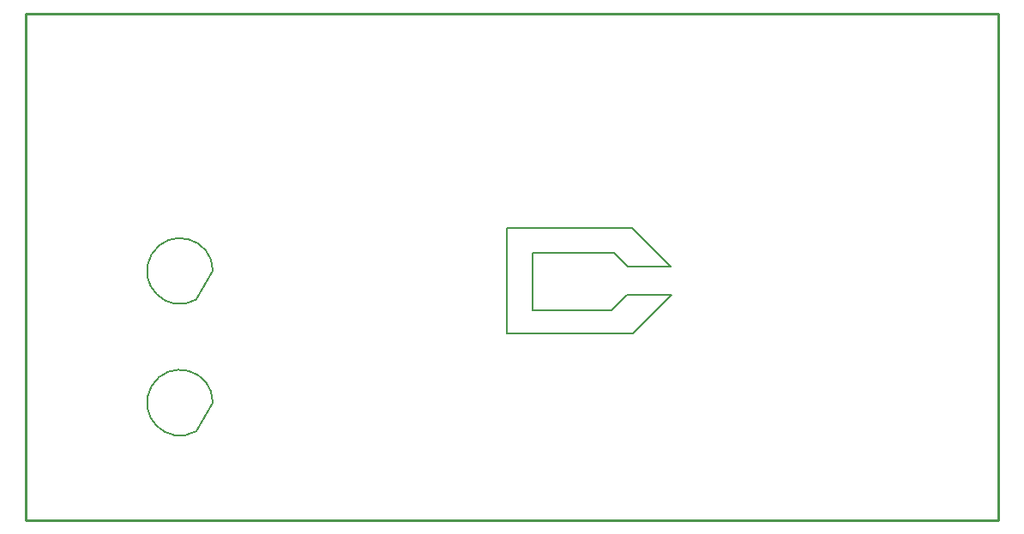
<source format=gko>
G04*
G04 #@! TF.GenerationSoftware,Altium Limited,Altium Designer,22.4.2 (48)*
G04*
G04 Layer_Color=16711935*
%FSLAX25Y25*%
%MOIN*%
G70*
G04*
G04 #@! TF.SameCoordinates,A1372B80-7F90-45E0-81BA-4B50B0F9D5F8*
G04*
G04*
G04 #@! TF.FilePolarity,Positive*
G04*
G01*
G75*
%ADD40C,0.01000*%
%ADD41C,0.00591*%
D40*
X-274528Y-183425D02*
X103425D01*
X-274528Y13425D02*
X103425D01*
Y-183425D02*
Y13425D01*
X-274528Y-183425D02*
Y13425D01*
D41*
X-201772Y-137795D02*
G03*
X-208169Y-148876I-12795J0D01*
G01*
X-201772Y-86614D02*
G03*
X-208169Y-97695I-12795J0D01*
G01*
X-87500Y-111000D02*
Y-70000D01*
X-39000D01*
X-24000Y-85000D01*
X-40500D02*
X-24000D01*
X-46000Y-79500D02*
X-40500Y-85000D01*
X-77500Y-79500D02*
X-46000D01*
X-77500Y-102000D02*
Y-79500D01*
Y-102000D02*
X-47000D01*
X-41000Y-96000D01*
X-23500D01*
X-38500Y-111000D02*
X-23500Y-96000D01*
X-87500Y-111000D02*
X-38500D01*
X-208169Y-97695D02*
X-201772Y-86614D01*
X-208169Y-148876D02*
X-201772Y-137795D01*
M02*

</source>
